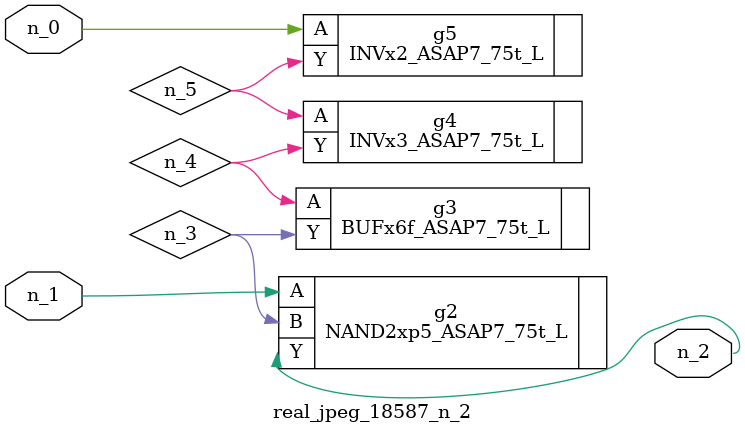
<source format=v>
module real_jpeg_18587_n_2 (n_1, n_0, n_2);

input n_1;
input n_0;

output n_2;

wire n_5;
wire n_4;
wire n_3;

INVx2_ASAP7_75t_L g5 ( 
.A(n_0),
.Y(n_5)
);

NAND2xp5_ASAP7_75t_L g2 ( 
.A(n_1),
.B(n_3),
.Y(n_2)
);

BUFx6f_ASAP7_75t_L g3 ( 
.A(n_4),
.Y(n_3)
);

INVx3_ASAP7_75t_L g4 ( 
.A(n_5),
.Y(n_4)
);


endmodule
</source>
